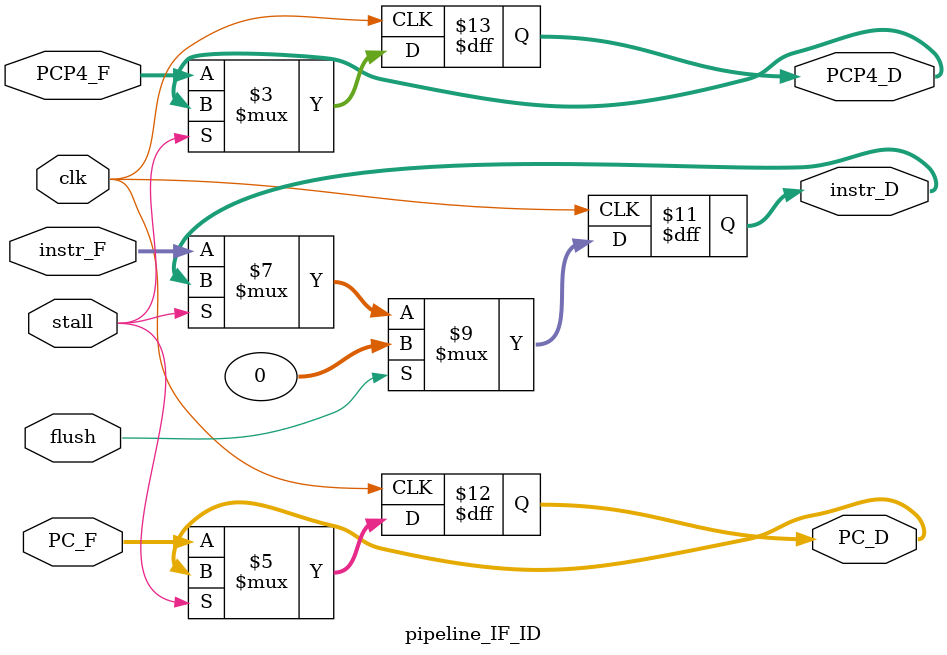
<source format=sv>
module pipeline_IF_ID #(
    parameter WIDTH = 32
)(
    input logic clk,
    input logic stall,
    input logic flush,
    input logic [WIDTH - 1:0] instr_F, // from instruction memory port RD
    input logic [WIDTH - 1:0] PC_F,
    input logic [WIDTH - 1:0] PCP4_F, // PC plus 4
    output logic [WIDTH - 1:0] instr_D,
    output logic [WIDTH - 1:0] PC_D,
    output logic [WIDTH - 1:0] PCP4_D
);
    always_ff @(posedge clk) begin
        if (!stall) begin
            instr_D <= instr_F;
            PC_D <= PC_F;
            PCP4_D <= PCP4_F;
        end
        if (flush) begin
            instr_D <= 0;           // nop
        end     
    end

endmodule

</source>
